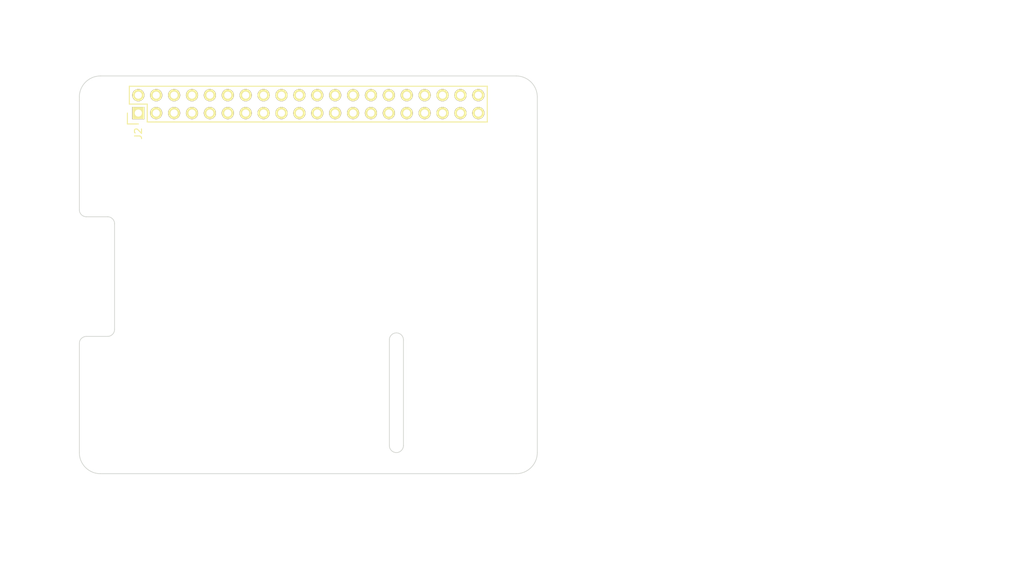
<source format=kicad_pcb>
(kicad_pcb (version 4) (host pcbnew 4.0.7-e2-6376~61~ubuntu18.04.1)

  (general
    (links 0)
    (no_connects 0)
    (area -0.050001 -0.050001 65.050001 56.550001)
    (thickness 1.6)
    (drawings 37)
    (tracks 0)
    (zones 0)
    (modules 5)
    (nets 41)
  )

  (page A4)
  (layers
    (0 F.Cu signal)
    (31 B.Cu signal)
    (32 B.Adhes user)
    (33 F.Adhes user)
    (34 B.Paste user)
    (35 F.Paste user)
    (36 B.SilkS user)
    (37 F.SilkS user)
    (38 B.Mask user)
    (39 F.Mask user)
    (40 Dwgs.User user)
    (41 Cmts.User user)
    (42 Eco1.User user)
    (43 Eco2.User user)
    (44 Edge.Cuts user)
    (45 Margin user)
    (46 B.CrtYd user)
    (47 F.CrtYd user)
    (48 B.Fab user)
    (49 F.Fab user)
  )

  (setup
    (last_trace_width 0.25)
    (user_trace_width 0.01)
    (user_trace_width 0.02)
    (user_trace_width 0.05)
    (user_trace_width 0.1)
    (user_trace_width 0.2)
    (trace_clearance 0.2)
    (zone_clearance 0.508)
    (zone_45_only no)
    (trace_min 0.01)
    (segment_width 0.2)
    (edge_width 0.1)
    (via_size 0.6)
    (via_drill 0.4)
    (via_min_size 0.4)
    (via_min_drill 0.3)
    (uvia_size 0.3)
    (uvia_drill 0.1)
    (uvias_allowed no)
    (uvia_min_size 0.2)
    (uvia_min_drill 0.1)
    (pcb_text_width 0.3)
    (pcb_text_size 1.5 1.5)
    (mod_edge_width 0.15)
    (mod_text_size 1 1)
    (mod_text_width 0.15)
    (pad_size 2.75 2.75)
    (pad_drill 2.75)
    (pad_to_mask_clearance 0)
    (aux_axis_origin 0 0)
    (visible_elements 7FFEFFFF)
    (pcbplotparams
      (layerselection 0x00030_80000001)
      (usegerberextensions false)
      (excludeedgelayer true)
      (linewidth 0.100000)
      (plotframeref false)
      (viasonmask false)
      (mode 1)
      (useauxorigin false)
      (hpglpennumber 1)
      (hpglpenspeed 20)
      (hpglpendiameter 15)
      (hpglpenoverlay 2)
      (psnegative false)
      (psa4output false)
      (plotreference true)
      (plotvalue true)
      (plotinvisibletext false)
      (padsonsilk false)
      (subtractmaskfromsilk false)
      (outputformat 1)
      (mirror false)
      (drillshape 0)
      (scaleselection 1)
      (outputdirectory meta/))
  )

  (net 0 "")
  (net 1 "Net-(J2-Pad1)")
  (net 2 "Net-(J2-Pad2)")
  (net 3 "Net-(J2-Pad3)")
  (net 4 "Net-(J2-Pad4)")
  (net 5 "Net-(J2-Pad5)")
  (net 6 "Net-(J2-Pad6)")
  (net 7 "Net-(J2-Pad7)")
  (net 8 "Net-(J2-Pad8)")
  (net 9 "Net-(J2-Pad9)")
  (net 10 "Net-(J2-Pad10)")
  (net 11 "Net-(J2-Pad11)")
  (net 12 "Net-(J2-Pad12)")
  (net 13 "Net-(J2-Pad13)")
  (net 14 "Net-(J2-Pad14)")
  (net 15 "Net-(J2-Pad15)")
  (net 16 "Net-(J2-Pad16)")
  (net 17 "Net-(J2-Pad17)")
  (net 18 "Net-(J2-Pad18)")
  (net 19 "Net-(J2-Pad19)")
  (net 20 "Net-(J2-Pad20)")
  (net 21 "Net-(J2-Pad21)")
  (net 22 "Net-(J2-Pad22)")
  (net 23 "Net-(J2-Pad23)")
  (net 24 "Net-(J2-Pad24)")
  (net 25 "Net-(J2-Pad25)")
  (net 26 "Net-(J2-Pad26)")
  (net 27 "Net-(J2-Pad27)")
  (net 28 "Net-(J2-Pad28)")
  (net 29 "Net-(J2-Pad29)")
  (net 30 "Net-(J2-Pad30)")
  (net 31 "Net-(J2-Pad31)")
  (net 32 "Net-(J2-Pad32)")
  (net 33 "Net-(J2-Pad33)")
  (net 34 "Net-(J2-Pad34)")
  (net 35 "Net-(J2-Pad35)")
  (net 36 "Net-(J2-Pad36)")
  (net 37 "Net-(J2-Pad37)")
  (net 38 "Net-(J2-Pad38)")
  (net 39 "Net-(J2-Pad39)")
  (net 40 "Net-(J2-Pad40)")

  (net_class Default "This is the default net class."
    (clearance 0.2)
    (trace_width 0.25)
    (via_dia 0.6)
    (via_drill 0.4)
    (uvia_dia 0.3)
    (uvia_drill 0.1)
    (add_net "Net-(J2-Pad1)")
    (add_net "Net-(J2-Pad10)")
    (add_net "Net-(J2-Pad11)")
    (add_net "Net-(J2-Pad12)")
    (add_net "Net-(J2-Pad13)")
    (add_net "Net-(J2-Pad14)")
    (add_net "Net-(J2-Pad15)")
    (add_net "Net-(J2-Pad16)")
    (add_net "Net-(J2-Pad17)")
    (add_net "Net-(J2-Pad18)")
    (add_net "Net-(J2-Pad19)")
    (add_net "Net-(J2-Pad2)")
    (add_net "Net-(J2-Pad20)")
    (add_net "Net-(J2-Pad21)")
    (add_net "Net-(J2-Pad22)")
    (add_net "Net-(J2-Pad23)")
    (add_net "Net-(J2-Pad24)")
    (add_net "Net-(J2-Pad25)")
    (add_net "Net-(J2-Pad26)")
    (add_net "Net-(J2-Pad27)")
    (add_net "Net-(J2-Pad28)")
    (add_net "Net-(J2-Pad29)")
    (add_net "Net-(J2-Pad3)")
    (add_net "Net-(J2-Pad30)")
    (add_net "Net-(J2-Pad31)")
    (add_net "Net-(J2-Pad32)")
    (add_net "Net-(J2-Pad33)")
    (add_net "Net-(J2-Pad34)")
    (add_net "Net-(J2-Pad35)")
    (add_net "Net-(J2-Pad36)")
    (add_net "Net-(J2-Pad37)")
    (add_net "Net-(J2-Pad38)")
    (add_net "Net-(J2-Pad39)")
    (add_net "Net-(J2-Pad4)")
    (add_net "Net-(J2-Pad40)")
    (add_net "Net-(J2-Pad5)")
    (add_net "Net-(J2-Pad6)")
    (add_net "Net-(J2-Pad7)")
    (add_net "Net-(J2-Pad8)")
    (add_net "Net-(J2-Pad9)")
  )

  (module RPi_Hat:Pin_Header_Straight_2x20 locked (layer F.Cu) (tedit 551989BF) (tstamp 5516AEA0)
    (at 32.5 4 90)
    (descr "Through hole pin header")
    (tags "pin header")
    (path /5515D395/5516AE26)
    (fp_text reference J2 (at -4.191 -24.13 270) (layer F.SilkS)
      (effects (font (size 1 1) (thickness 0.15)))
    )
    (fp_text value RPi_GPIO (at -1.27 -27.23 90) (layer F.Fab)
      (effects (font (size 1 1) (thickness 0.15)))
    )
    (fp_line (start -3.02 -25.88) (end -3.02 25.92) (layer F.CrtYd) (width 0.05))
    (fp_line (start 3.03 -25.88) (end 3.03 25.92) (layer F.CrtYd) (width 0.05))
    (fp_line (start -3.02 -25.88) (end 3.03 -25.88) (layer F.CrtYd) (width 0.05))
    (fp_line (start -3.02 25.92) (end 3.03 25.92) (layer F.CrtYd) (width 0.05))
    (fp_line (start 2.54 25.4) (end 2.54 -25.4) (layer F.SilkS) (width 0.15))
    (fp_line (start -2.54 -22.86) (end -2.54 25.4) (layer F.SilkS) (width 0.15))
    (fp_line (start 2.54 25.4) (end -2.54 25.4) (layer F.SilkS) (width 0.15))
    (fp_line (start 2.54 -25.4) (end 0 -25.4) (layer F.SilkS) (width 0.15))
    (fp_line (start -1.27 -25.68) (end -2.82 -25.68) (layer F.SilkS) (width 0.15))
    (fp_line (start 0 -25.4) (end 0 -22.86) (layer F.SilkS) (width 0.15))
    (fp_line (start 0 -22.86) (end -2.54 -22.86) (layer F.SilkS) (width 0.15))
    (fp_line (start -2.82 -25.68) (end -2.82 -24.13) (layer F.SilkS) (width 0.15))
    (pad 1 thru_hole rect (at -1.27 -24.13 90) (size 1.7272 1.7272) (drill 1.016) (layers *.Cu *.Mask F.SilkS)
      (net 1 "Net-(J2-Pad1)"))
    (pad 2 thru_hole oval (at 1.27 -24.13 90) (size 1.7272 1.7272) (drill 1.016) (layers *.Cu *.Mask F.SilkS)
      (net 2 "Net-(J2-Pad2)"))
    (pad 3 thru_hole oval (at -1.27 -21.59 90) (size 1.7272 1.7272) (drill 1.016) (layers *.Cu *.Mask F.SilkS)
      (net 3 "Net-(J2-Pad3)"))
    (pad 4 thru_hole oval (at 1.27 -21.59 90) (size 1.7272 1.7272) (drill 1.016) (layers *.Cu *.Mask F.SilkS)
      (net 4 "Net-(J2-Pad4)"))
    (pad 5 thru_hole oval (at -1.27 -19.05 90) (size 1.7272 1.7272) (drill 1.016) (layers *.Cu *.Mask F.SilkS)
      (net 5 "Net-(J2-Pad5)"))
    (pad 6 thru_hole oval (at 1.27 -19.05 90) (size 1.7272 1.7272) (drill 1.016) (layers *.Cu *.Mask F.SilkS)
      (net 6 "Net-(J2-Pad6)"))
    (pad 7 thru_hole oval (at -1.27 -16.51 90) (size 1.7272 1.7272) (drill 1.016) (layers *.Cu *.Mask F.SilkS)
      (net 7 "Net-(J2-Pad7)"))
    (pad 8 thru_hole oval (at 1.27 -16.51 90) (size 1.7272 1.7272) (drill 1.016) (layers *.Cu *.Mask F.SilkS)
      (net 8 "Net-(J2-Pad8)"))
    (pad 9 thru_hole oval (at -1.27 -13.97 90) (size 1.7272 1.7272) (drill 1.016) (layers *.Cu *.Mask F.SilkS)
      (net 9 "Net-(J2-Pad9)"))
    (pad 10 thru_hole oval (at 1.27 -13.97 90) (size 1.7272 1.7272) (drill 1.016) (layers *.Cu *.Mask F.SilkS)
      (net 10 "Net-(J2-Pad10)"))
    (pad 11 thru_hole oval (at -1.27 -11.43 90) (size 1.7272 1.7272) (drill 1.016) (layers *.Cu *.Mask F.SilkS)
      (net 11 "Net-(J2-Pad11)"))
    (pad 12 thru_hole oval (at 1.27 -11.43 90) (size 1.7272 1.7272) (drill 1.016) (layers *.Cu *.Mask F.SilkS)
      (net 12 "Net-(J2-Pad12)"))
    (pad 13 thru_hole oval (at -1.27 -8.89 90) (size 1.7272 1.7272) (drill 1.016) (layers *.Cu *.Mask F.SilkS)
      (net 13 "Net-(J2-Pad13)"))
    (pad 14 thru_hole oval (at 1.27 -8.89 90) (size 1.7272 1.7272) (drill 1.016) (layers *.Cu *.Mask F.SilkS)
      (net 14 "Net-(J2-Pad14)"))
    (pad 15 thru_hole oval (at -1.27 -6.35 90) (size 1.7272 1.7272) (drill 1.016) (layers *.Cu *.Mask F.SilkS)
      (net 15 "Net-(J2-Pad15)"))
    (pad 16 thru_hole oval (at 1.27 -6.35 90) (size 1.7272 1.7272) (drill 1.016) (layers *.Cu *.Mask F.SilkS)
      (net 16 "Net-(J2-Pad16)"))
    (pad 17 thru_hole oval (at -1.27 -3.81 90) (size 1.7272 1.7272) (drill 1.016) (layers *.Cu *.Mask F.SilkS)
      (net 17 "Net-(J2-Pad17)"))
    (pad 18 thru_hole oval (at 1.27 -3.81 90) (size 1.7272 1.7272) (drill 1.016) (layers *.Cu *.Mask F.SilkS)
      (net 18 "Net-(J2-Pad18)"))
    (pad 19 thru_hole oval (at -1.27 -1.27 90) (size 1.7272 1.7272) (drill 1.016) (layers *.Cu *.Mask F.SilkS)
      (net 19 "Net-(J2-Pad19)"))
    (pad 20 thru_hole oval (at 1.27 -1.27 90) (size 1.7272 1.7272) (drill 1.016) (layers *.Cu *.Mask F.SilkS)
      (net 20 "Net-(J2-Pad20)"))
    (pad 21 thru_hole oval (at -1.27 1.27 90) (size 1.7272 1.7272) (drill 1.016) (layers *.Cu *.Mask F.SilkS)
      (net 21 "Net-(J2-Pad21)"))
    (pad 22 thru_hole oval (at 1.27 1.27 90) (size 1.7272 1.7272) (drill 1.016) (layers *.Cu *.Mask F.SilkS)
      (net 22 "Net-(J2-Pad22)"))
    (pad 23 thru_hole oval (at -1.27 3.81 90) (size 1.7272 1.7272) (drill 1.016) (layers *.Cu *.Mask F.SilkS)
      (net 23 "Net-(J2-Pad23)"))
    (pad 24 thru_hole oval (at 1.27 3.81 90) (size 1.7272 1.7272) (drill 1.016) (layers *.Cu *.Mask F.SilkS)
      (net 24 "Net-(J2-Pad24)"))
    (pad 25 thru_hole oval (at -1.27 6.35 90) (size 1.7272 1.7272) (drill 1.016) (layers *.Cu *.Mask F.SilkS)
      (net 25 "Net-(J2-Pad25)"))
    (pad 26 thru_hole oval (at 1.27 6.35 90) (size 1.7272 1.7272) (drill 1.016) (layers *.Cu *.Mask F.SilkS)
      (net 26 "Net-(J2-Pad26)"))
    (pad 27 thru_hole oval (at -1.27 8.89 90) (size 1.7272 1.7272) (drill 1.016) (layers *.Cu *.Mask F.SilkS)
      (net 27 "Net-(J2-Pad27)"))
    (pad 28 thru_hole oval (at 1.27 8.89 90) (size 1.7272 1.7272) (drill 1.016) (layers *.Cu *.Mask F.SilkS)
      (net 28 "Net-(J2-Pad28)"))
    (pad 29 thru_hole oval (at -1.27 11.43 90) (size 1.7272 1.7272) (drill 1.016) (layers *.Cu *.Mask F.SilkS)
      (net 29 "Net-(J2-Pad29)"))
    (pad 30 thru_hole oval (at 1.27 11.43 90) (size 1.7272 1.7272) (drill 1.016) (layers *.Cu *.Mask F.SilkS)
      (net 30 "Net-(J2-Pad30)"))
    (pad 31 thru_hole oval (at -1.27 13.97 90) (size 1.7272 1.7272) (drill 1.016) (layers *.Cu *.Mask F.SilkS)
      (net 31 "Net-(J2-Pad31)"))
    (pad 32 thru_hole oval (at 1.27 13.97 90) (size 1.7272 1.7272) (drill 1.016) (layers *.Cu *.Mask F.SilkS)
      (net 32 "Net-(J2-Pad32)"))
    (pad 33 thru_hole oval (at -1.27 16.51 90) (size 1.7272 1.7272) (drill 1.016) (layers *.Cu *.Mask F.SilkS)
      (net 33 "Net-(J2-Pad33)"))
    (pad 34 thru_hole oval (at 1.27 16.51 90) (size 1.7272 1.7272) (drill 1.016) (layers *.Cu *.Mask F.SilkS)
      (net 34 "Net-(J2-Pad34)"))
    (pad 35 thru_hole oval (at -1.27 19.05 90) (size 1.7272 1.7272) (drill 1.016) (layers *.Cu *.Mask F.SilkS)
      (net 35 "Net-(J2-Pad35)"))
    (pad 36 thru_hole oval (at 1.27 19.05 90) (size 1.7272 1.7272) (drill 1.016) (layers *.Cu *.Mask F.SilkS)
      (net 36 "Net-(J2-Pad36)"))
    (pad 37 thru_hole oval (at -1.27 21.59 90) (size 1.7272 1.7272) (drill 1.016) (layers *.Cu *.Mask F.SilkS)
      (net 37 "Net-(J2-Pad37)"))
    (pad 38 thru_hole oval (at 1.27 21.59 90) (size 1.7272 1.7272) (drill 1.016) (layers *.Cu *.Mask F.SilkS)
      (net 38 "Net-(J2-Pad38)"))
    (pad 39 thru_hole oval (at -1.27 24.13 90) (size 1.7272 1.7272) (drill 1.016) (layers *.Cu *.Mask F.SilkS)
      (net 39 "Net-(J2-Pad39)"))
    (pad 40 thru_hole oval (at 1.27 24.13 90) (size 1.7272 1.7272) (drill 1.016) (layers *.Cu *.Mask F.SilkS)
      (net 40 "Net-(J2-Pad40)"))
    (model Pin_Headers.3dshapes/Pin_Header_Straight_2x20.wrl
      (at (xyz 0 0 0))
      (scale (xyz 1 1 1))
      (rotate (xyz 0 0 90))
    )
  )

  (module RPi_Hat:RPi_Hat_Mounting_Hole locked (layer F.Cu) (tedit 55217C7B) (tstamp 5515DEA9)
    (at 61.5 4)
    (descr "Mounting hole, Befestigungsbohrung, 2,7mm, No Annular, Kein Restring,")
    (tags "Mounting hole, Befestigungsbohrung, 2,7mm, No Annular, Kein Restring,")
    (fp_text reference "" (at 0 -4.0005) (layer F.SilkS) hide
      (effects (font (size 1 1) (thickness 0.15)))
    )
    (fp_text value "" (at 0.09906 3.59918) (layer F.Fab) hide
      (effects (font (size 1 1) (thickness 0.15)))
    )
    (fp_circle (center 0 0) (end 1.375 0) (layer F.Fab) (width 0.15))
    (fp_circle (center 0 0) (end 3.1 0) (layer F.Fab) (width 0.15))
    (fp_circle (center 0 0) (end 3.1 0) (layer B.Fab) (width 0.15))
    (fp_circle (center 0 0) (end 1.375 0) (layer B.Fab) (width 0.15))
    (fp_circle (center 0 0) (end 3.1 0) (layer F.CrtYd) (width 0.15))
    (fp_circle (center 0 0) (end 3.1 0) (layer B.CrtYd) (width 0.15))
    (pad "" np_thru_hole circle (at 0 0) (size 2.75 2.75) (drill 2.75) (layers *.Cu *.Mask)
      (solder_mask_margin 1.725) (clearance 1.725))
  )

  (module RPi_Hat:RPi_Hat_Mounting_Hole locked (layer F.Cu) (tedit 55217CCB) (tstamp 55169DC9)
    (at 61.5 53)
    (descr "Mounting hole, Befestigungsbohrung, 2,7mm, No Annular, Kein Restring,")
    (tags "Mounting hole, Befestigungsbohrung, 2,7mm, No Annular, Kein Restring,")
    (fp_text reference "" (at 0 -4.0005) (layer F.SilkS) hide
      (effects (font (size 1 1) (thickness 0.15)))
    )
    (fp_text value "" (at 0.09906 3.59918) (layer F.Fab) hide
      (effects (font (size 1 1) (thickness 0.15)))
    )
    (fp_circle (center 0 0) (end 1.375 0) (layer F.Fab) (width 0.15))
    (fp_circle (center 0 0) (end 3.1 0) (layer F.Fab) (width 0.15))
    (fp_circle (center 0 0) (end 3.1 0) (layer B.Fab) (width 0.15))
    (fp_circle (center 0 0) (end 1.375 0) (layer B.Fab) (width 0.15))
    (fp_circle (center 0 0) (end 3.1 0) (layer F.CrtYd) (width 0.15))
    (fp_circle (center 0 0) (end 3.1 0) (layer B.CrtYd) (width 0.15))
    (pad "" np_thru_hole circle (at 0 0) (size 2.75 2.75) (drill 2.75) (layers *.Cu *.Mask)
      (solder_mask_margin 1.725) (clearance 1.725))
  )

  (module RPi_Hat:RPi_Hat_Mounting_Hole locked (layer F.Cu) (tedit 55217CB9) (tstamp 5515DECC)
    (at 3.5 53)
    (descr "Mounting hole, Befestigungsbohrung, 2,7mm, No Annular, Kein Restring,")
    (tags "Mounting hole, Befestigungsbohrung, 2,7mm, No Annular, Kein Restring,")
    (fp_text reference "" (at 0 -4.0005) (layer F.SilkS) hide
      (effects (font (size 1 1) (thickness 0.15)))
    )
    (fp_text value "" (at 0.09906 3.59918) (layer F.Fab) hide
      (effects (font (size 1 1) (thickness 0.15)))
    )
    (fp_circle (center 0 0) (end 1.375 0) (layer F.Fab) (width 0.15))
    (fp_circle (center 0 0) (end 3.1 0) (layer F.Fab) (width 0.15))
    (fp_circle (center 0 0) (end 3.1 0) (layer B.Fab) (width 0.15))
    (fp_circle (center 0 0) (end 1.375 0) (layer B.Fab) (width 0.15))
    (fp_circle (center 0 0) (end 3.1 0) (layer F.CrtYd) (width 0.15))
    (fp_circle (center 0 0) (end 3.1 0) (layer B.CrtYd) (width 0.15))
    (pad "" np_thru_hole circle (at 0 0) (size 2.75 2.75) (drill 2.75) (layers *.Cu *.Mask)
      (solder_mask_margin 1.725) (clearance 1.725))
  )

  (module RPi_Hat:RPi_Hat_Mounting_Hole locked (layer F.Cu) (tedit 55217CA2) (tstamp 5515DEBF)
    (at 3.5 4)
    (descr "Mounting hole, Befestigungsbohrung, 2,7mm, No Annular, Kein Restring,")
    (tags "Mounting hole, Befestigungsbohrung, 2,7mm, No Annular, Kein Restring,")
    (fp_text reference "" (at 0 -4.0005) (layer F.SilkS) hide
      (effects (font (size 1 1) (thickness 0.15)))
    )
    (fp_text value "" (at 0.09906 3.59918) (layer F.Fab) hide
      (effects (font (size 1 1) (thickness 0.15)))
    )
    (fp_circle (center 0 0) (end 1.375 0) (layer F.Fab) (width 0.15))
    (fp_circle (center 0 0) (end 3.1 0) (layer F.Fab) (width 0.15))
    (fp_circle (center 0 0) (end 3.1 0) (layer B.Fab) (width 0.15))
    (fp_circle (center 0 0) (end 1.375 0) (layer B.Fab) (width 0.15))
    (fp_circle (center 0 0) (end 3.1 0) (layer F.CrtYd) (width 0.15))
    (fp_circle (center 0 0) (end 3.1 0) (layer B.CrtYd) (width 0.15))
    (pad "" np_thru_hole circle (at 0 0) (size 2.75 2.75) (drill 2.75) (layers *.Cu *.Mask)
      (solder_mask_margin 1.725) (clearance 1.725))
  )

  (gr_text "Select one of these board edges depending \nupon the type of socket that is used." (at 82.5 0.5) (layer Cmts.User)
    (effects (font (size 1.5 1.5) (thickness 0.15)) (justify left))
  )
  (gr_text "Dimensions taken from\nhttps://github.com/raspberrypi/hats/blob/master/hat-board-mechanical.pdf" (at 36.5 67) (layer Cmts.User)
    (effects (font (size 1.5 1.5) (thickness 0.15) italic))
  )
  (dimension 56 (width 0.15) (layer Dwgs.User)
    (gr_text "56 mm (Thru-hole socket J2)" (at 75.35 28.5 270) (layer Dwgs.User)
      (effects (font (size 1.5 1.5) (thickness 0.15)))
    )
    (feature1 (pts (xy 66 56.5) (xy 76.7 56.5)))
    (feature2 (pts (xy 66 0.5) (xy 76.7 0.5)))
    (crossbar (pts (xy 74 0.5) (xy 74 56.5)))
    (arrow1a (pts (xy 74 56.5) (xy 73.413579 55.373496)))
    (arrow1b (pts (xy 74 56.5) (xy 74.586421 55.373496)))
    (arrow2a (pts (xy 74 0.5) (xy 73.413579 1.626504)))
    (arrow2b (pts (xy 74 0.5) (xy 74.586421 1.626504)))
  )
  (dimension 11.5 (width 0.15) (layer Dwgs.User)
    (gr_text "11.5 mm" (at 39.150001 50.75 270) (layer Dwgs.User)
      (effects (font (size 1.5 1.5) (thickness 0.15)))
    )
    (feature1 (pts (xy 43 56.5) (xy 37.800001 56.5)))
    (feature2 (pts (xy 43 45) (xy 37.800001 45)))
    (crossbar (pts (xy 40.500001 45) (xy 40.500001 56.5)))
    (arrow1a (pts (xy 40.500001 56.5) (xy 39.91358 55.373496)))
    (arrow1b (pts (xy 40.500001 56.5) (xy 41.086422 55.373496)))
    (arrow2a (pts (xy 40.500001 45) (xy 39.91358 46.126504)))
    (arrow2b (pts (xy 40.500001 45) (xy 41.086422 46.126504)))
  )
  (dimension 2 (width 0.15) (layer Dwgs.User) (tstamp 5516A8F7)
    (gr_text "2 mm" (at 49.75 33) (layer Dwgs.User) (tstamp 5516A8F8)
      (effects (font (size 1.5 1.5) (thickness 0.15)))
    )
    (feature1 (pts (xy 46 35.5) (xy 46 30.300001)))
    (feature2 (pts (xy 44 35.5) (xy 44 30.300001)))
    (crossbar (pts (xy 44 33.000001) (xy 46 33.000001)))
    (arrow1a (pts (xy 46 33.000001) (xy 44.873496 33.586422)))
    (arrow1b (pts (xy 46 33.000001) (xy 44.873496 32.41358)))
    (arrow2a (pts (xy 44 33.000001) (xy 45.126504 33.586422)))
    (arrow2b (pts (xy 44 33.000001) (xy 45.126504 32.41358)))
  )
  (dimension 17 (width 0.15) (layer Dwgs.User)
    (gr_text "17 mm" (at 51.35 45 270) (layer Dwgs.User)
      (effects (font (size 1.5 1.5) (thickness 0.15)))
    )
    (feature1 (pts (xy 47 53.5) (xy 52.7 53.5)))
    (feature2 (pts (xy 47 36.5) (xy 52.7 36.5)))
    (crossbar (pts (xy 50 36.5) (xy 50 53.5)))
    (arrow1a (pts (xy 50 53.5) (xy 49.413579 52.373496)))
    (arrow1b (pts (xy 50 53.5) (xy 50.586421 52.373496)))
    (arrow2a (pts (xy 50 36.5) (xy 49.413579 37.626504)))
    (arrow2b (pts (xy 50 36.5) (xy 50.586421 37.626504)))
  )
  (dimension 3.5 (width 0.15) (layer Dwgs.User)
    (gr_text "3.5 mm" (at 8.5 60) (layer Dwgs.User)
      (effects (font (size 1.5 1.5) (thickness 0.15)))
    )
    (feature1 (pts (xy 3.5 57.5) (xy 3.5 62.7)))
    (feature2 (pts (xy 0 57.5) (xy 0 62.7)))
    (crossbar (pts (xy 0 60) (xy 3.5 60)))
    (arrow1a (pts (xy 3.5 60) (xy 2.373496 60.586421)))
    (arrow1b (pts (xy 3.5 60) (xy 2.373496 59.413579)))
    (arrow2a (pts (xy 0 60) (xy 1.126504 60.586421)))
    (arrow2b (pts (xy 0 60) (xy 1.126504 59.413579)))
  )
  (dimension 3.5 (width 0.15) (layer Dwgs.User) (tstamp 55169E80)
    (gr_text "3.5 mm" (at 10.25 48.25 270) (layer Dwgs.User) (tstamp 55169E81)
      (effects (font (size 1.5 1.5) (thickness 0.15)))
    )
    (feature1 (pts (xy 7 56.5) (xy 12.7 56.5)))
    (feature2 (pts (xy 7 53) (xy 12.7 53)))
    (crossbar (pts (xy 10 53) (xy 10 56.5)))
    (arrow1a (pts (xy 10 56.5) (xy 9.413579 55.373496)))
    (arrow1b (pts (xy 10 56.5) (xy 10.586421 55.373496)))
    (arrow2a (pts (xy 10 53) (xy 9.413579 54.126504)))
    (arrow2b (pts (xy 10 53) (xy 10.586421 54.126504)))
  )
  (dimension 49 (width 0.15) (layer Dwgs.User)
    (gr_text "49 mm" (at 70.349999 28.5 270) (layer Dwgs.User)
      (effects (font (size 1.5 1.5) (thickness 0.15)))
    )
    (feature1 (pts (xy 66 53) (xy 71.699999 53)))
    (feature2 (pts (xy 66 4) (xy 71.699999 4)))
    (crossbar (pts (xy 68.999999 4) (xy 68.999999 53)))
    (arrow1a (pts (xy 68.999999 53) (xy 68.413578 51.873496)))
    (arrow1b (pts (xy 68.999999 53) (xy 69.58642 51.873496)))
    (arrow2a (pts (xy 68.999999 4) (xy 68.413578 5.126504)))
    (arrow2b (pts (xy 68.999999 4) (xy 69.58642 5.126504)))
  )
  (dimension 19.5 (width 0.15) (layer Dwgs.User) (tstamp 55169DA3)
    (gr_text "19.5 mm" (at -5.35 46.75 270) (layer Dwgs.User) (tstamp 55169DA4)
      (effects (font (size 1.5 1.5) (thickness 0.15)))
    )
    (feature1 (pts (xy -1 56.5) (xy -6.7 56.5)))
    (feature2 (pts (xy -1 37) (xy -6.7 37)))
    (crossbar (pts (xy -4 37) (xy -4 56.5)))
    (arrow1a (pts (xy -4 56.5) (xy -4.586421 55.373496)))
    (arrow1b (pts (xy -4 56.5) (xy -3.413579 55.373496)))
    (arrow2a (pts (xy -4 37) (xy -4.586421 38.126504)))
    (arrow2b (pts (xy -4 37) (xy -3.413579 38.126504)))
  )
  (dimension 17 (width 0.15) (layer Dwgs.User)
    (gr_text "17 mm" (at 9.35 28.5 270) (layer Dwgs.User)
      (effects (font (size 1.5 1.5) (thickness 0.15)))
    )
    (feature1 (pts (xy 6 37) (xy 10.7 37)))
    (feature2 (pts (xy 6 20) (xy 10.7 20)))
    (crossbar (pts (xy 8 20) (xy 8 37)))
    (arrow1a (pts (xy 8 37) (xy 7.413579 35.873496)))
    (arrow1b (pts (xy 8 37) (xy 8.586421 35.873496)))
    (arrow2a (pts (xy 8 20) (xy 7.413579 21.126504)))
    (arrow2b (pts (xy 8 20) (xy 8.586421 21.126504)))
  )
  (dimension 5 (width 0.15) (layer Dwgs.User)
    (gr_text "5 mm" (at 8.75 18) (layer Dwgs.User)
      (effects (font (size 1.5 1.5) (thickness 0.15)))
    )
    (feature1 (pts (xy 5 20) (xy 5 15.3)))
    (feature2 (pts (xy 0 20) (xy 0 15.3)))
    (crossbar (pts (xy 0 18) (xy 5 18)))
    (arrow1a (pts (xy 5 18) (xy 3.873496 18.586421)))
    (arrow1b (pts (xy 5 18) (xy 3.873496 17.413579)))
    (arrow2a (pts (xy 0 18) (xy 1.126504 18.586421)))
    (arrow2b (pts (xy 0 18) (xy 1.126504 17.413579)))
  )
  (dimension 29 (width 0.15) (layer Dwgs.User)
    (gr_text "29 mm" (at 18 11.849999) (layer Dwgs.User)
      (effects (font (size 1.5 1.5) (thickness 0.15)))
    )
    (feature1 (pts (xy 32.5 8) (xy 32.5 13.199999)))
    (feature2 (pts (xy 3.5 8) (xy 3.5 13.199999)))
    (crossbar (pts (xy 3.5 10.499999) (xy 32.5 10.499999)))
    (arrow1a (pts (xy 32.5 10.499999) (xy 31.373496 11.08642)))
    (arrow1b (pts (xy 32.5 10.499999) (xy 31.373496 9.913578)))
    (arrow2a (pts (xy 3.5 10.499999) (xy 4.626504 11.08642)))
    (arrow2b (pts (xy 3.5 10.499999) (xy 4.626504 9.913578)))
  )
  (dimension 58 (width 0.15) (layer Dwgs.User)
    (gr_text "58 mm" (at 32.5 -4.85) (layer Dwgs.User)
      (effects (font (size 1.5 1.5) (thickness 0.15)))
    )
    (feature1 (pts (xy 61.5 -1) (xy 61.5 -6.2)))
    (feature2 (pts (xy 3.5 -1) (xy 3.5 -6.2)))
    (crossbar (pts (xy 3.5 -3.5) (xy 61.5 -3.5)))
    (arrow1a (pts (xy 61.5 -3.5) (xy 60.373496 -2.913579)))
    (arrow1b (pts (xy 61.5 -3.5) (xy 60.373496 -4.086421)))
    (arrow2a (pts (xy 3.5 -3.5) (xy 4.626504 -2.913579)))
    (arrow2b (pts (xy 3.5 -3.5) (xy 4.626504 -4.086421)))
  )
  (dimension 65 (width 0.15) (layer Dwgs.User)
    (gr_text "65 mm" (at 32.5 -9.35) (layer Dwgs.User)
      (effects (font (size 1.5 1.5) (thickness 0.15)))
    )
    (feature1 (pts (xy 65 -1) (xy 65 -10.7)))
    (feature2 (pts (xy 0 -1) (xy 0 -10.7)))
    (crossbar (pts (xy 0 -8) (xy 65 -8)))
    (arrow1a (pts (xy 65 -8) (xy 63.873496 -7.413579)))
    (arrow1b (pts (xy 65 -8) (xy 63.873496 -8.586421)))
    (arrow2a (pts (xy 0 -8) (xy 1.126504 -7.413579)))
    (arrow2b (pts (xy 0 -8) (xy 1.126504 -8.586421)))
  )
  (dimension 56.5 (width 0.15) (layer Dwgs.User)
    (gr_text "56.5 mm (SMT socket J1)" (at 79.35 28.25 270) (layer Dwgs.User)
      (effects (font (size 1.5 1.5) (thickness 0.15)))
    )
    (feature1 (pts (xy 66 56.5) (xy 80.7 56.5)))
    (feature2 (pts (xy 66 0) (xy 80.7 0)))
    (crossbar (pts (xy 78 0) (xy 78 56.5)))
    (arrow1a (pts (xy 78 56.5) (xy 77.413579 55.373496)))
    (arrow1b (pts (xy 78 56.5) (xy 78.586421 55.373496)))
    (arrow2a (pts (xy 78 0) (xy 77.413579 1.126504)))
    (arrow2b (pts (xy 78 0) (xy 78.586421 1.126504)))
  )
  (gr_text "Camera Flex Slot\n(Optional)" (at 44.75 60.25) (layer Cmts.User) (tstamp 55169D99)
    (effects (font (size 1.5 1.5) (thickness 0.15)))
  )
  (gr_arc (start 45 52.5) (end 44 52.5) (angle -180) (layer Edge.Cuts) (width 0.1) (tstamp 5515DF03))
  (gr_arc (start 45 37.5) (end 44 37.5) (angle 180) (layer Edge.Cuts) (width 0.1))
  (gr_line (start 46 37.5) (end 46 52.5) (angle 90) (layer Edge.Cuts) (width 0.1) (tstamp 5515DEFA))
  (gr_line (start 44 37.5) (end 44 52.5) (angle 90) (layer Edge.Cuts) (width 0.1))
  (gr_arc (start 1 38) (end 0 38) (angle 90) (layer Edge.Cuts) (width 0.1) (tstamp 5515814F))
  (gr_arc (start 4 36) (end 5 36) (angle 90) (layer Edge.Cuts) (width 0.1) (tstamp 5515812E))
  (gr_arc (start 4 21) (end 4 20) (angle 90) (layer Edge.Cuts) (width 0.1) (tstamp 5515810E))
  (gr_arc (start 1 19) (end 1 20) (angle 90) (layer Edge.Cuts) (width 0.1) (tstamp 55158090))
  (gr_arc (start 62 53.5) (end 65 53.5) (angle 90) (layer Edge.Cuts) (width 0.1) (tstamp 55157FFB))
  (gr_arc (start 3 53.5) (end 3 56.5) (angle 90) (layer Edge.Cuts) (width 0.1) (tstamp 55157FCE))
  (gr_arc (start 3 3) (end 0 3) (angle 90) (layer Edge.Cuts) (width 0.1) (tstamp 55157F8A))
  (gr_arc (start 62 3) (end 62 0) (angle 90) (layer Edge.Cuts) (width 0.1) (tstamp 55157F2C))
  (gr_line (start 0 38) (end 0 53.5) (layer Edge.Cuts) (width 0.1))
  (gr_line (start 0 3) (end 0 19) (layer Edge.Cuts) (width 0.1))
  (gr_line (start 1 37) (end 4 37) (layer Edge.Cuts) (width 0.1))
  (gr_line (start 1 20) (end 4 20) (layer Edge.Cuts) (width 0.1))
  (gr_line (start 5 21) (end 5 36) (layer Edge.Cuts) (width 0.1))
  (gr_line (start 3 56.5) (end 62 56.5) (angle 90) (layer Edge.Cuts) (width 0.1))
  (gr_line (start 65 3) (end 65 53.5) (angle 90) (layer Edge.Cuts) (width 0.1))
  (gr_line (start 3 0) (end 62 0) (angle 90) (layer Edge.Cuts) (width 0.1))

)

</source>
